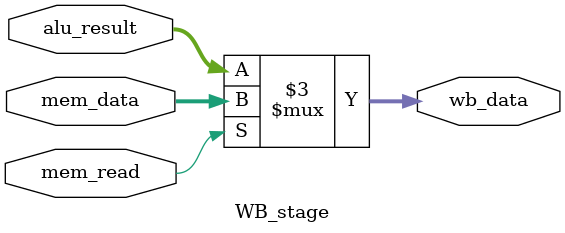
<source format=sv>
`timescale 1ns/1ps

module WB_stage(
    
	 
	 input  logic [31:0] alu_result, // EX阶段运算结果
    input  logic [31:0] mem_data,   // MEM
    input  logic        mem_read,   // Load
    
	 output logic [31:0] wb_data    
);

    always_comb begin
        
		  if (mem_read)
            
				wb_data = mem_data;
        
		  else
            
				wb_data = alu_result;
    
	 end
endmodule

</source>
